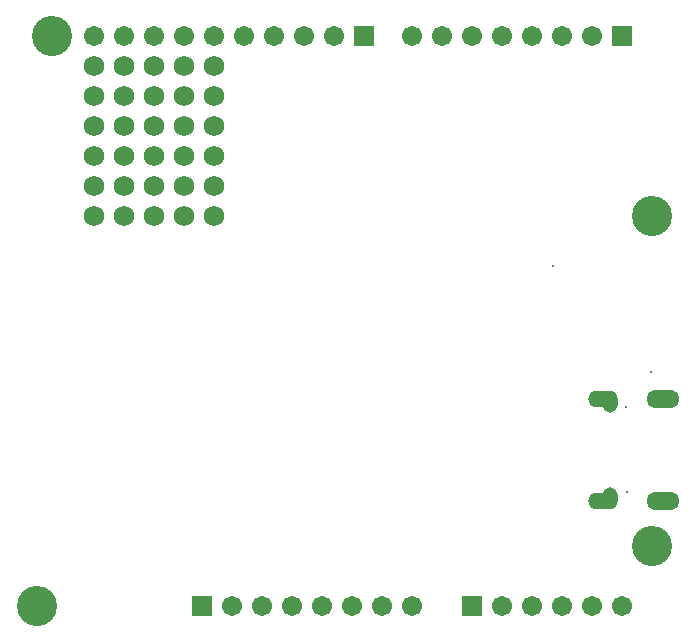
<source format=gbs>
G04*
G04 #@! TF.GenerationSoftware,Altium Limited,Altium Designer,19.0.15 (446)*
G04*
G04 Layer_Color=16711935*
%FSLAX44Y44*%
%MOMM*%
G71*
G01*
G75*
%ADD183C,0.2032*%
%ADD184C,1.7032*%
%ADD185R,1.7032X1.7032*%
%ADD186O,1.3032X1.6532*%
%ADD187O,2.5032X1.4032*%
%ADD188O,2.8032X1.5032*%
%ADD189C,1.7272*%
%ADD190C,3.4032*%
D183*
X831204Y567604D02*
D03*
X914204Y477604D02*
D03*
X893044Y447934D02*
D03*
X893694Y375934D02*
D03*
D184*
X620264Y762504D02*
D03*
X442464D02*
D03*
X467864D02*
D03*
X493264D02*
D03*
X518664D02*
D03*
X544064D02*
D03*
X569464D02*
D03*
X594864D02*
D03*
X645664D02*
D03*
X864104D02*
D03*
X838704D02*
D03*
X813304D02*
D03*
X787904D02*
D03*
X762504D02*
D03*
X737104D02*
D03*
X711704D02*
D03*
X889504Y279904D02*
D03*
X864104D02*
D03*
X838704D02*
D03*
X813304D02*
D03*
X787904D02*
D03*
X559304D02*
D03*
X584704D02*
D03*
X610104D02*
D03*
X635504D02*
D03*
X660904D02*
D03*
X686304D02*
D03*
X711704D02*
D03*
D185*
X671064Y762504D02*
D03*
X889504D02*
D03*
X762504Y279904D02*
D03*
X533904D02*
D03*
D186*
X879894Y371994D02*
D03*
Y451874D02*
D03*
D187*
X873694Y368734D02*
D03*
Y455134D02*
D03*
D188*
X924194Y368734D02*
D03*
Y455134D02*
D03*
D189*
X442464Y737104D02*
D03*
X467864D02*
D03*
X493264D02*
D03*
X518664D02*
D03*
X544064D02*
D03*
Y711704D02*
D03*
X518664D02*
D03*
X493264D02*
D03*
X467864D02*
D03*
X442464D02*
D03*
X544064Y686304D02*
D03*
X518664D02*
D03*
X493264D02*
D03*
X467864D02*
D03*
X442464D02*
D03*
X544064Y660904D02*
D03*
X518664D02*
D03*
X493264D02*
D03*
X467864D02*
D03*
X442464D02*
D03*
X544064Y635504D02*
D03*
X518664D02*
D03*
X493264D02*
D03*
X467864D02*
D03*
X442464D02*
D03*
X544064Y610104D02*
D03*
X518664D02*
D03*
X493264D02*
D03*
X467864D02*
D03*
X442464D02*
D03*
D190*
X914904Y330704D02*
D03*
Y610104D02*
D03*
X394204Y279904D02*
D03*
X406904Y762504D02*
D03*
M02*

</source>
